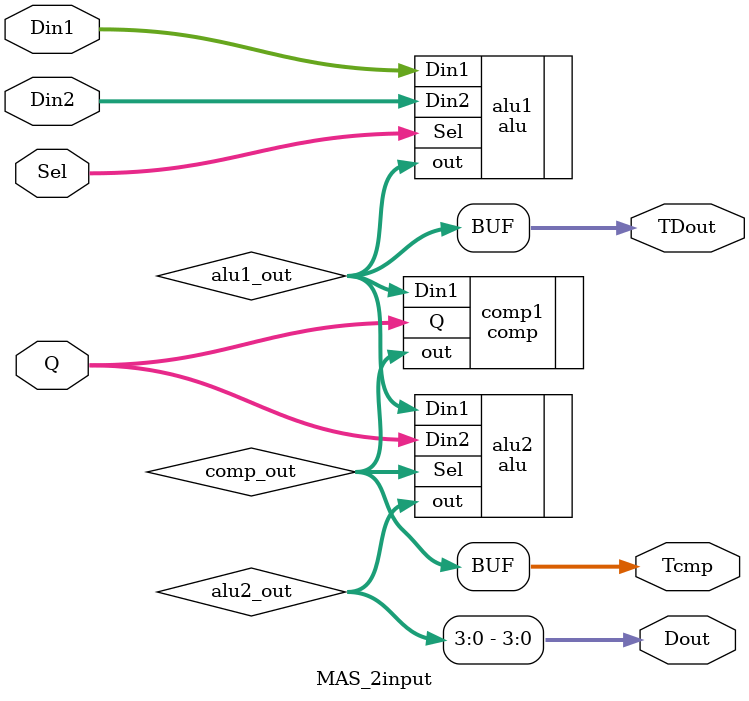
<source format=v>

`include "ALU.v"
`include "comparator.v"

module MAS_2input(
    input signed [4:0]Din1,
    input signed [4:0]Din2,
    input [1:0]Sel,
    input signed[4:0]Q,
    output [1:0]Tcmp,
    output signed [4:0]TDout,
    output signed [3:0]Dout
);

wire [1:0] comp_out;
wire signed [4:0] alu1_out, alu2_out;

alu alu1(
    .Din1(Din1),
    .Din2(Din2),
    .Sel(Sel),
    .out(alu1_out)
);

comp comp1(
    .Din1(alu1_out),
    .Q(Q),
    .out(comp_out)
);

alu alu2(
    .Din1(alu1_out),
    .Din2(Q),
    .Sel(comp_out),
    .out(alu2_out)
);

assign Tcmp = comp_out;
assign TDout = alu1_out;
assign Dout = alu2_out[3:0];

/*Write your design here*/

endmodule
</source>
